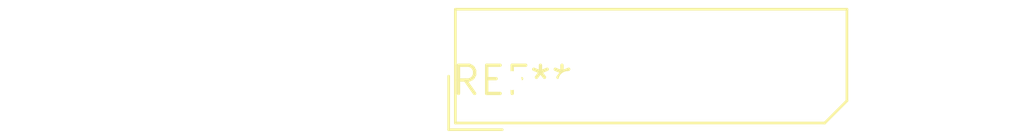
<source format=kicad_pcb>
(kicad_pcb (version 20240108) (generator pcbnew)
  (layers (0 "F.Cu" signal) (31 "B.Cu" signal) (34 "B.Paste" user) (35 "F.Paste" user) (36 "B.SilkS" user "B.Silkscreen") (37 "F.SilkS" user "F.Silkscreen") (38 "B.Mask" user) (39 "F.Mask" user) (44 "Edge.Cuts" user))
  (net 0 "")
  (footprint "Molex_SPOX_5267-06A_1x06_P2.50mm_Vertical" (layer "F.Cu") (at 0 0)
    (property "Reference" "REF**")
    (property "Value" "Molex_SPOX_5267-06A_1x06_P2.50mm_Vertical")
    (fp_line (start -2.86 -0.2) (end -2.86 2.21) (layer "F.SilkS") (stroke (width 0.12)))
    (fp_line (start -2.86 2.21) (end -0.45 2.21) (layer "F.SilkS") (stroke (width 0.12)))
    (fp_line (start -2.56 -3.21) (end -2.56 1.91) (layer "F.SilkS") (stroke (width 0.12)))
    (fp_line (start -2.56 1.91) (end 14.06 1.91) (layer "F.SilkS") (stroke (width 0.12)))
    (fp_line (start 14.06 1.91) (end 15.06 0.91) (layer "F.SilkS") (stroke (width 0.12)))
    (fp_line (start 15.06 -3.21) (end -2.56 -3.21) (layer "F.SilkS") (stroke (width 0.12)))
    (fp_line (start 15.06 0.91) (end 15.06 -3.21) (layer "F.SilkS") (stroke (width 0.12)))
    (pad "1" thru_hole roundrect (at 0 0) (size 1.7 1.85) (drill 0.85) (layers *.Cu *.Mask) (remove_unused_layers) (roundrect_rratio 0.147059))
    (pad "2" thru_hole oval (at 2.5 0) (size 1.7 1.85) (drill 0.85) (layers *.Cu *.Mask) (remove_unused_layers))
    (pad "3" thru_hole oval (at 5 0) (size 1.7 1.85) (drill 0.85) (layers *.Cu *.Mask) (remove_unused_layers))
    (pad "4" thru_hole oval (at 7.5 0) (size 1.7 1.85) (drill 0.85) (layers *.Cu *.Mask) (remove_unused_layers))
    (pad "5" thru_hole oval (at 10 0) (size 1.7 1.85) (drill 0.85) (layers *.Cu *.Mask) (remove_unused_layers))
    (pad "6" thru_hole oval (at 12.5 0) (size 1.7 1.85) (drill 0.85) (layers *.Cu *.Mask) (remove_unused_layers))
  )
)
</source>
